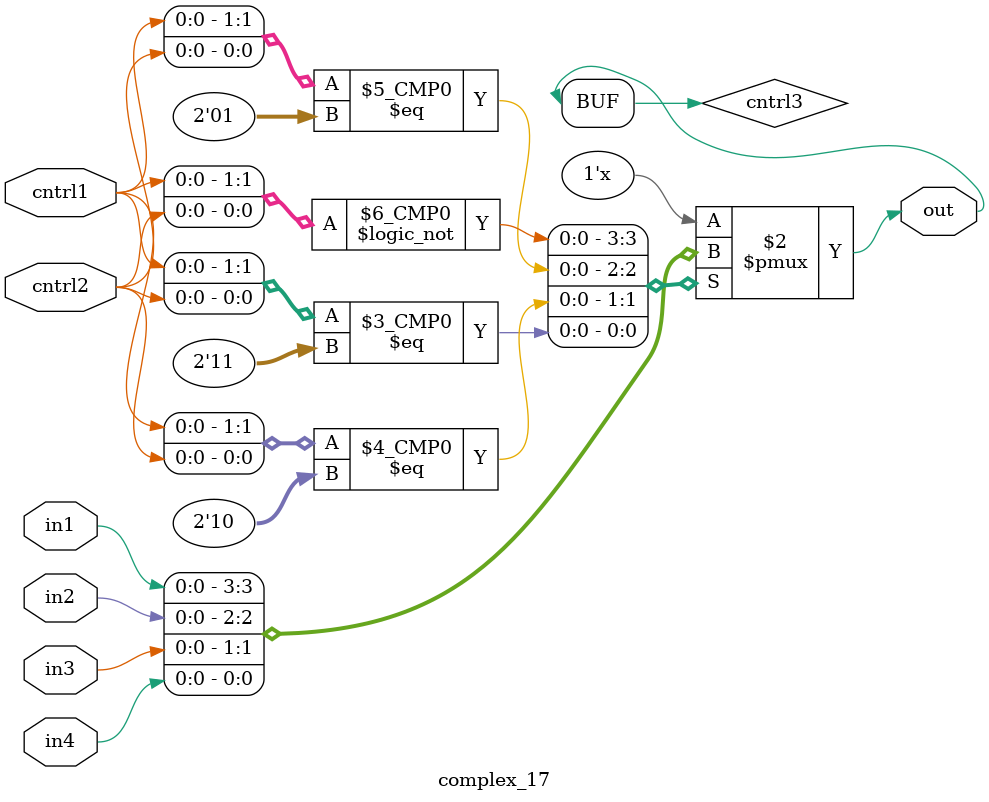
<source format=v>
module complex_17(
    output reg out,
    input in1,
    input in2,
    input in3,
    input in4,
    input cntrl1,
    input cntrl2
 );
    wire cntrl3;
    always@(in1 or in2 or in3 or in4 or cntrl1 or cntrl2 or cntrl3)
        case({cntrl1,cntrl2})
            2'b00:out=in1;
            2'b01:out=in2;
            2'b10:out=in3;
            2'b11:out=in4;
            default:out=in1;
        endcase
    assign cntrl3 = out;
endmodule
</source>
